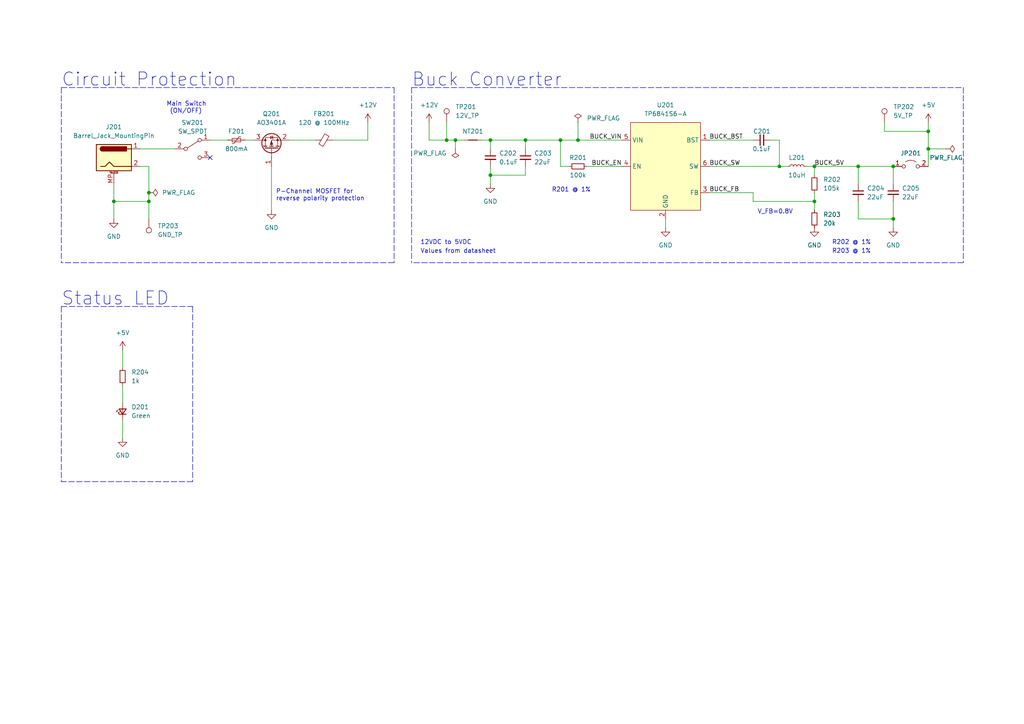
<source format=kicad_sch>
(kicad_sch (version 20211123) (generator eeschema)
  (paper "A4")
  (title_block (title "Power Supply Circuit") (date "2022-09-07") (rev "v1.0.0") (company "Lizard Electronics") (comment 1 "Designed by: Manuel Lagarto"))
  (lib_symbols
    (symbol "Connector:Barrel_Jack_MountingPin" (pin_names hide)
      (property "Reference" "J" (at 0 5.334 0))
      (property "Value" "Barrel_Jack_MountingPin" (at 1.27 -6.35 0))
      (symbol "Barrel_Jack_MountingPin_0_1"
        (rectangle (start -5.08 3.81) (end 5.08 -3.81) (stroke (width 0.254)) (fill (type background)))
        (arc (start -3.302 3.175) (mid -3.937 2.54) (end -3.302 1.905) (stroke (width 0.254)))
        (arc (start -3.302 3.175) (mid -3.937 2.54) (end -3.302 1.905) (stroke (width 0.254)) (fill (type outline)))
        (polyline (pts (xy 5.08 2.54) (xy 3.81 2.54)) (stroke (width 0.254)))
        (polyline (pts (xy -3.81 -2.54) (xy -2.54 -2.54) (xy -1.27 -1.27) (xy 0 -2.54) (xy 2.54 -2.54) (xy 5.08 -2.54)) (stroke (width 0.254)))
        (rectangle (start 3.683 3.175) (end -3.302 1.905) (stroke (width 0.254)) (fill (type outline)))
      )
      (symbol "Barrel_Jack_MountingPin_1_1"
        (polyline (pts (xy -1.016 -4.572) (xy 1.016 -4.572)) (stroke (width 0.1524)))
        (text "Mounting" (at 0 -4.191 0) (effects (font (size 0.381 0.381))))
        (pin passive line (at 7.62 2.54 180) (length 2.54) (name "~") (number "1"))
        (pin passive line (at 7.62 -2.54 180) (length 2.54) (name "~") (number "2"))
        (pin passive line (at 0 -7.62 90) (length 3.048) (name "MountPin") (number "MP"))
      )
    )
    (symbol "Connector:TestPoint" (pin_numbers hide) (pin_names (offset 0.762) hide)
      (property "Reference" "TP" (at 0 6.858 0))
      (property "Value" "TestPoint" (at 0 5.08 0))
      (symbol "TestPoint_0_1"
        (circle (center 0 3.302) (radius 0.762))
      )
      (symbol "TestPoint_1_1"
        (pin passive line (at 0 0 90) (length 2.54) (name "1") (number "1"))
      )
    )
    (symbol "Device:C_Small" (pin_numbers hide) (pin_names (offset 0.254) hide)
      (property "Reference" "C" (at 0.254 1.778 0))
      (property "Value" "C_Small" (at 0.254 -2.032 0))
      (symbol "C_Small_0_1"
        (polyline (pts (xy -1.524 -0.508) (xy 1.524 -0.508)) (stroke (width 0.3302)))
        (polyline (pts (xy -1.524 0.508) (xy 1.524 0.508)) (stroke (width 0.3048)))
      )
      (symbol "C_Small_1_1"
        (pin passive line (at 0 2.54 270) (length 2.032) (name "~") (number "1"))
        (pin passive line (at 0 -2.54 90) (length 2.032) (name "~") (number "2"))
      )
    )
    (symbol "Device:FerriteBead_Small" (pin_numbers hide) (pin_names (offset 0))
      (property "Reference" "FB" (at 1.905 1.27 0))
      (property "Value" "FerriteBead_Small" (at 1.905 -1.27 0))
      (symbol "FerriteBead_Small_0_1"
        (polyline (pts (xy 0 -1.27) (xy 0 -0.7874)))
        (polyline (pts (xy 0 0.889) (xy 0 1.2954)))
        (polyline (pts (xy -1.8288 0.2794) (xy -1.1176 1.4986) (xy 1.8288 -0.2032) (xy 1.1176 -1.4224) (xy -1.8288 0.2794)))
      )
      (symbol "FerriteBead_Small_1_1"
        (pin passive line (at 0 2.54 270) (length 1.27) (name "~") (number "1"))
        (pin passive line (at 0 -2.54 90) (length 1.27) (name "~") (number "2"))
      )
    )
    (symbol "Device:LED_Small" (pin_numbers hide) (pin_names (offset 0.254) hide)
      (property "Reference" "D" (at -1.27 3.175 0))
      (property "Value" "LED_Small" (at -4.445 -2.54 0))
      (symbol "LED_Small_0_1"
        (polyline (pts (xy -0.762 -1.016) (xy -0.762 1.016)) (stroke (width 0.254)))
        (polyline (pts (xy 1.016 0) (xy -0.762 0)))
        (polyline (pts (xy 0.762 -1.016) (xy -0.762 0) (xy 0.762 1.016) (xy 0.762 -1.016)) (stroke (width 0.254)))
        (polyline (pts (xy 0 0.762) (xy -0.508 1.27) (xy -0.254 1.27) (xy -0.508 1.27) (xy -0.508 1.016)))
        (polyline (pts (xy 0.508 1.27) (xy 0 1.778) (xy 0.254 1.778) (xy 0 1.778) (xy 0 1.524)))
      )
      (symbol "LED_Small_1_1"
        (pin passive line (at -2.54 0 0) (length 1.778) (name "K") (number "1"))
        (pin passive line (at 2.54 0 180) (length 1.778) (name "A") (number "2"))
      )
    )
    (symbol "Device:L_Small" (pin_numbers hide) (pin_names (offset 0.254) hide)
      (property "Reference" "L" (at 0.762 1.016 0))
      (property "Value" "L_Small" (at 0.762 -1.016 0))
      (symbol "L_Small_0_1"
        (arc (start 0 -2.032) (mid 0.508 -1.524) (end 0 -1.016))
        (arc (start 0 -1.016) (mid 0.508 -0.508) (end 0 0))
        (arc (start 0 0) (mid 0.508 0.508) (end 0 1.016))
        (arc (start 0 1.016) (mid 0.508 1.524) (end 0 2.032))
      )
      (symbol "L_Small_1_1"
        (pin passive line (at 0 2.54 270) (length 0.508) (name "~") (number "1"))
        (pin passive line (at 0 -2.54 90) (length 0.508) (name "~") (number "2"))
      )
    )
    (symbol "Device:NetTie_2" (pin_numbers hide) (pin_names (offset 0) hide)
      (property "Reference" "NT" (at 0 1.27 0))
      (property "Value" "NetTie_2" (at 0 -1.27 0))
      (symbol "NetTie_2_0_1"
        (polyline (pts (xy -1.27 0) (xy 1.27 0)) (stroke (width 0.254)))
      )
      (symbol "NetTie_2_1_1"
        (pin passive line (at -2.54 0 0) (length 2.54) (name "1") (number "1"))
        (pin passive line (at 2.54 0 180) (length 2.54) (name "2") (number "2"))
      )
    )
    (symbol "Device:Polyfuse_Small" (pin_numbers hide) (pin_names (offset 0))
      (property "Reference" "F" (at -1.905 0 90))
      (property "Value" "Polyfuse_Small" (at 1.905 0 90))
      (symbol "Polyfuse_Small_0_1"
        (rectangle (start -0.508 1.27) (end 0.508 -1.27))
        (polyline (pts (xy 0 2.54) (xy 0 -2.54)))
        (polyline (pts (xy -1.016 1.27) (xy -1.016 0.762) (xy 1.016 -0.762) (xy 1.016 -1.27)))
      )
      (symbol "Polyfuse_Small_1_1"
        (pin passive line (at 0 2.54 270) (length 0.635) (name "~") (number "1"))
        (pin passive line (at 0 -2.54 90) (length 0.635) (name "~") (number "2"))
      )
    )
    (symbol "Device:R_Small" (pin_numbers hide) (pin_names (offset 0.254) hide)
      (property "Reference" "R" (at 0.762 0.508 0))
      (property "Value" "R_Small" (at 0.762 -1.016 0))
      (symbol "R_Small_0_1"
        (rectangle (start -0.762 1.778) (end 0.762 -1.778) (stroke (width 0.2032)))
      )
      (symbol "R_Small_1_1"
        (pin passive line (at 0 2.54 270) (length 0.762) (name "~") (number "1"))
        (pin passive line (at 0 -2.54 90) (length 0.762) (name "~") (number "2"))
      )
    )
    (symbol "Jumper:Jumper_2_Open" (pin_names (offset 0) hide)
      (property "Reference" "JP" (at 0 2.794 0))
      (property "Value" "Jumper_2_Open" (at 0 -2.286 0))
      (symbol "Jumper_2_Open_0_0"
        (circle (center -2.032 0) (radius 0.508))
        (circle (center 2.032 0) (radius 0.508))
      )
      (symbol "Jumper_2_Open_0_1"
        (arc (start 1.524 1.27) (mid 0 1.778) (end -1.524 1.27))
      )
      (symbol "Jumper_2_Open_1_1"
        (pin passive line (at -5.08 0 0) (length 2.54) (name "A") (number "1"))
        (pin passive line (at 5.08 0 180) (length 2.54) (name "B") (number "2"))
      )
    )
    (symbol "Manuel_Global_Symbol_Library:TP6841S6-A"
      (property "Reference" "U" (at -9.525 13.97 0))
      (property "Value" "TP6841S6-A" (at 7.62 -13.97 0))
      (symbol "TP6841S6-A_0_1"
        (rectangle (start -10.16 12.7) (end 10.16 -12.7) (fill (type background)))
      )
      (symbol "TP6841S6-A_1_1"
        (pin output line (at 12.7 7.62 180) (length 2.54) (name "BST") (number "1"))
        (pin power_in line (at 0 -15.24 90) (length 2.54) (name "GND") (number "2"))
        (pin input line (at 12.7 -7.62 180) (length 2.54) (name "FB") (number "3"))
        (pin input line (at -12.7 0 0) (length 2.54) (name "EN") (number "4"))
        (pin power_in line (at -12.7 7.62 0) (length 2.54) (name "VIN") (number "5"))
        (pin power_out line (at 12.7 0 180) (length 2.54) (name "SW") (number "6"))
      )
    )
    (symbol "Switch:SW_SPDT" (pin_names (offset 0) hide)
      (property "Reference" "SW" (at 0 4.318 0))
      (property "Value" "SW_SPDT" (at 0 -5.08 0))
      (symbol "SW_SPDT_0_0"
        (circle (center -2.032 0) (radius 0.508))
        (circle (center 2.032 -2.54) (radius 0.508))
      )
      (symbol "SW_SPDT_0_1"
        (polyline (pts (xy -1.524 0.254) (xy 1.651 2.286)))
        (circle (center 2.032 2.54) (radius 0.508))
      )
      (symbol "SW_SPDT_1_1"
        (pin passive line (at 5.08 2.54 180) (length 2.54) (name "A") (number "1"))
        (pin passive line (at -5.08 0 0) (length 2.54) (name "B") (number "2"))
        (pin passive line (at 5.08 -2.54 180) (length 2.54) (name "C") (number "3"))
      )
    )
    (symbol "Transistor_FET:AO3401A" (pin_names hide)
      (property "Reference" "Q" (at 5.08 1.905 0))
      (property "Value" "AO3401A" (at 5.08 0 0))
      (symbol "AO3401A_0_1"
        (polyline (pts (xy 0.254 0) (xy -2.54 0)))
        (polyline (pts (xy 0.254 1.905) (xy 0.254 -1.905)) (stroke (width 0.254)))
        (polyline (pts (xy 0.762 -1.27) (xy 0.762 -2.286)) (stroke (width 0.254)))
        (polyline (pts (xy 0.762 0.508) (xy 0.762 -0.508)) (stroke (width 0.254)))
        (polyline (pts (xy 0.762 2.286) (xy 0.762 1.27)) (stroke (width 0.254)))
        (polyline (pts (xy 2.54 2.54) (xy 2.54 1.778)))
        (polyline (pts (xy 2.54 -2.54) (xy 2.54 0) (xy 0.762 0)))
        (polyline (pts (xy 0.762 1.778) (xy 3.302 1.778) (xy 3.302 -1.778) (xy 0.762 -1.778)))
        (polyline (pts (xy 2.286 0) (xy 1.27 0.381) (xy 1.27 -0.381) (xy 2.286 0)) (fill (type outline)))
        (polyline (pts (xy 2.794 -0.508) (xy 2.921 -0.381) (xy 3.683 -0.381) (xy 3.81 -0.254)))
        (polyline (pts (xy 3.302 -0.381) (xy 2.921 0.254) (xy 3.683 0.254) (xy 3.302 -0.381)))
        (circle (center 1.651 0) (radius 2.794) (stroke (width 0.254)))
        (circle (center 2.54 -1.778) (radius 0.254) (fill (type outline)))
        (circle (center 2.54 1.778) (radius 0.254) (fill (type outline)))
      )
      (symbol "AO3401A_1_1"
        (pin input line (at -5.08 0 0) (length 2.54) (name "G") (number "1"))
        (pin passive line (at 2.54 -5.08 90) (length 2.54) (name "S") (number "2"))
        (pin passive line (at 2.54 5.08 270) (length 2.54) (name "D") (number "3"))
      )
    )
    (symbol "power:+12V" (power) (pin_names (offset 0))
      (property "Value" "+12V" (at 0 3.556 0))
      (symbol "+12V_0_1"
        (polyline (pts (xy -0.762 1.27) (xy 0 2.54)))
        (polyline (pts (xy 0 0) (xy 0 2.54)))
        (polyline (pts (xy 0 2.54) (xy 0.762 1.27)))
      )
      (symbol "+12V_1_1"
        (pin power_in line (at 0 0 90) (length 0) hide (name "+12V") (number "1"))
      )
    )
    (symbol "power:+5V" (power) (pin_names (offset 0))
      (property "Value" "+5V" (at 0 3.556 0))
      (symbol "+5V_0_1"
        (polyline (pts (xy -0.762 1.27) (xy 0 2.54)))
        (polyline (pts (xy 0 0) (xy 0 2.54)))
        (polyline (pts (xy 0 2.54) (xy 0.762 1.27)))
      )
      (symbol "+5V_1_1"
        (pin power_in line (at 0 0 90) (length 0) hide (name "+5V") (number "1"))
      )
    )
    (symbol "power:GND" (power) (pin_names (offset 0))
      (property "Value" "GND" (at 0 -3.81 0))
      (symbol "GND_0_1"
        (polyline (pts (xy 0 0) (xy 0 -1.27) (xy 1.27 -1.27) (xy 0 -2.54) (xy -1.27 -1.27) (xy 0 -1.27)))
      )
      (symbol "GND_1_1"
        (pin power_in line (at 0 0 270) (length 0) hide (name "GND") (number "1"))
      )
    )
    (symbol "power:PWR_FLAG" (power) (pin_numbers hide) (pin_names (offset 0) hide)
      (property "Value" "PWR_FLAG" (at 0 3.81 0))
      (symbol "PWR_FLAG_0_0"
        (pin power_out line (at 0 0 90) (length 0) (name "pwr") (number "1"))
      )
      (symbol "PWR_FLAG_0_1"
        (polyline (pts (xy 0 0) (xy 0 1.27) (xy -1.016 1.905) (xy 0 2.54) (xy 1.016 1.905) (xy 0 1.27)))
      )
    )
  )
  (junction (at 129.54 40.64))
  (junction (at 269.24 43.18))
  (junction (at 226.06 48.26))
  (junction (at 236.22 58.42))
  (junction (at 259.08 63.5))
  (junction (at 142.24 40.64))
  (junction (at 259.08 48.26))
  (junction (at 167.64 40.64))
  (junction (at 33.02 58.42))
  (junction (at 269.24 38.1))
  (junction (at 236.22 48.26))
  (junction (at 152.4 40.64))
  (junction (at 43.18 58.42))
  (junction (at 142.24 50.8))
  (junction (at 132.08 40.64))
  (junction (at 43.18 55.88))
  (junction (at 248.92 48.26))
  (junction (at 162.56 40.64))
  (no_connect (at 60.96 45.72))
  (wire (pts (xy 269.24 38.1) (xy 269.24 43.18)))
  (wire (pts (xy 259.08 58.42) (xy 259.08 63.5)))
  (wire (pts (xy 129.54 40.64) (xy 132.08 40.64)))
  (polyline (pts (xy 279.4 76.2) (xy 119.38 76.2)))
  (wire (pts (xy 269.24 35.56) (xy 269.24 38.1)))
  (wire (pts (xy 152.4 48.26) (xy 152.4 50.8)))
  (wire (pts (xy 152.4 40.64) (xy 162.56 40.64)))
  (polyline (pts (xy 17.78 88.9) (xy 17.78 139.7)))
  (wire (pts (xy 43.18 58.42) (xy 43.18 63.5)))
  (wire (pts (xy 205.74 40.64) (xy 218.44 40.64)))
  (wire (pts (xy 167.64 35.56) (xy 167.64 40.64)))
  (wire (pts (xy 269.24 43.18) (xy 274.32 43.18)))
  (wire (pts (xy 60.96 40.64) (xy 66.04 40.64)))
  (wire (pts (xy 152.4 40.64) (xy 152.4 43.18)))
  (wire (pts (xy 236.22 58.42) (xy 236.22 60.96)))
  (wire (pts (xy 248.92 48.26) (xy 259.08 48.26)))
  (wire (pts (xy 170.18 48.26) (xy 180.34 48.26)))
  (wire (pts (xy 43.18 48.26) (xy 43.18 55.88)))
  (polyline (pts (xy 55.88 88.9) (xy 55.88 139.7)))
  (wire (pts (xy 142.24 50.8) (xy 142.24 53.34)))
  (wire (pts (xy 43.18 58.42) (xy 33.02 58.42)))
  (wire (pts (xy 226.06 40.64) (xy 226.06 48.26)))
  (wire (pts (xy 43.18 55.88) (xy 43.18 58.42)))
  (wire (pts (xy 236.22 55.88) (xy 236.22 58.42)))
  (wire (pts (xy 256.54 35.56) (xy 256.54 38.1)))
  (wire (pts (xy 124.46 35.56) (xy 124.46 40.64)))
  (wire (pts (xy 142.24 40.64) (xy 142.24 43.18)))
  (wire (pts (xy 236.22 48.26) (xy 248.92 48.26)))
  (wire (pts (xy 165.1 48.26) (xy 162.56 48.26)))
  (wire (pts (xy 83.82 40.64) (xy 91.44 40.64)))
  (wire (pts (xy 205.74 55.88) (xy 218.44 55.88)))
  (wire (pts (xy 218.44 55.88) (xy 218.44 58.42)))
  (wire (pts (xy 71.12 40.64) (xy 73.66 40.64)))
  (wire (pts (xy 248.92 58.42) (xy 248.92 63.5)))
  (wire (pts (xy 205.74 48.26) (xy 226.06 48.26)))
  (wire (pts (xy 259.08 66.04) (xy 259.08 63.5)))
  (polyline (pts (xy 17.78 88.9) (xy 55.88 88.9)))
  (wire (pts (xy 233.68 48.26) (xy 236.22 48.26)))
  (wire (pts (xy 129.54 35.56) (xy 129.54 40.64)))
  (wire (pts (xy 124.46 40.64) (xy 129.54 40.64)))
  (wire (pts (xy 223.52 40.64) (xy 226.06 40.64)))
  (wire (pts (xy 40.64 48.26) (xy 43.18 48.26)))
  (wire (pts (xy 236.22 48.26) (xy 236.22 50.8)))
  (wire (pts (xy 259.08 48.26) (xy 259.08 53.34)))
  (wire (pts (xy 78.74 48.26) (xy 78.74 60.96)))
  (wire (pts (xy 35.56 101.6) (xy 35.56 106.68)))
  (wire (pts (xy 162.56 40.64) (xy 167.64 40.64)))
  (polyline (pts (xy 17.78 25.4) (xy 17.78 76.2)))
  (wire (pts (xy 35.56 111.76) (xy 35.56 116.84)))
  (wire (pts (xy 152.4 40.64) (xy 142.24 40.64)))
  (wire (pts (xy 152.4 50.8) (xy 142.24 50.8)))
  (wire (pts (xy 35.56 121.92) (xy 35.56 127)))
  (wire (pts (xy 162.56 48.26) (xy 162.56 40.64)))
  (wire (pts (xy 40.64 43.18) (xy 50.8 43.18)))
  (wire (pts (xy 218.44 58.42) (xy 236.22 58.42)))
  (wire (pts (xy 106.68 35.56) (xy 106.68 40.64)))
  (wire (pts (xy 96.52 40.64) (xy 106.68 40.64)))
  (wire (pts (xy 139.7 40.64) (xy 142.24 40.64)))
  (wire (pts (xy 132.08 40.64) (xy 132.08 43.18)))
  (wire (pts (xy 33.02 53.34) (xy 33.02 58.42)))
  (wire (pts (xy 132.08 40.64) (xy 134.62 40.64)))
  (wire (pts (xy 256.54 38.1) (xy 269.24 38.1)))
  (wire (pts (xy 167.64 40.64) (xy 180.34 40.64)))
  (wire (pts (xy 142.24 48.26) (xy 142.24 50.8)))
  (polyline (pts (xy 279.4 25.4) (xy 279.4 76.2)))
  (polyline (pts (xy 119.38 25.4) (xy 279.4 25.4)))
  (polyline (pts (xy 114.3 76.2) (xy 17.78 76.2)))
  (wire (pts (xy 193.04 63.5) (xy 193.04 66.04)))
  (wire (pts (xy 259.08 63.5) (xy 248.92 63.5)))
  (wire (pts (xy 226.06 48.26) (xy 228.6 48.26)))
  (polyline (pts (xy 119.38 25.4) (xy 119.38 76.2)))
  (polyline (pts (xy 114.3 25.4) (xy 114.3 76.2)))
  (wire (pts (xy 269.24 43.18) (xy 269.24 48.26)))
  (wire (pts (xy 33.02 58.42) (xy 33.02 63.5)))
  (wire (pts (xy 248.92 48.26) (xy 248.92 53.34)))
  (polyline (pts (xy 55.88 139.7) (xy 17.78 139.7)))
  (polyline (pts (xy 17.78 25.4) (xy 114.3 25.4)))
  (text "R201 @ 1%" (at 160.02 55.88 0) (effects (font (size 1.27 1.27)) (justify left bottom)))
  (text "Circuit Protection" (at 17.78 25.4 0) (effects (font (size 3.81 3.81)) (justify left bottom)))
  (text "Buck Converter" (at 119.38 25.4 0) (effects (font (size 3.81 3.81)) (justify left bottom)))
  (text "Status LED" (at 17.78 88.9 0) (effects (font (size 3.81 3.81)) (justify left bottom)))
  (text "12VDC to 5VDC" (at 121.92 71.12 0) (effects (font (size 1.27 1.27)) (justify left bottom)))
  (text "R202 @ 1%" (at 241.3 71.12 0) (effects (font (size 1.27 1.27)) (justify left bottom)))
  (text "V_FB=0.8V" (at 219.71 62.23 0) (effects (font (size 1.27 1.27)) (justify left bottom)))
  (text "R203 @ 1%" (at 241.3 73.66 0) (effects (font (size 1.27 1.27)) (justify left bottom)))
  (text "Values from datasheet" (at 121.92 73.66 0) (effects (font (size 1.27 1.27)) (justify left bottom)))
  (text "P-Channel MOSFET for\nreverse polarity protection" (at 80.01 58.42 0) (effects (font (size 1.27 1.27)) (justify left bottom)))
  (text "Main Switch\n (ON/OFF)" (at 48.26 33.02 0) (effects (font (size 1.27 1.27)) (justify left bottom)))
  (label "BUCK_BST" (at 205.74 40.64 0))
  (label "BUCK_FB" (at 205.74 55.88 0))
  (label "BUCK_VIN" (at 180.34 40.64 180))
  (label "BUCK_SW" (at 205.74 48.26 0))
  (label "BUCK_5V" (at 236.22 48.26 0))
  (label "BUCK_EN" (at 180.34 48.26 180))
  (symbol (lib_id "Device:C_Small") (at 142.24 45.72 0) (unit 1)
    (property "Reference" "C202" (at 144.78 44.4562 0) (effects (justify left)))
    (property "Value" "0.1uF" (at 144.78 46.9962 0) (effects (justify left)))
    (property "Footprint" "Capacitor_SMD:C_0805_2012Metric_Pad1.18x1.45mm_HandSolder" (effects hide))
  )
  (symbol (lib_id "Device:C_Small") (at 220.98 40.64 90) (unit 1)
    (property "Reference" "C201" (at 220.98 38.1 90))
    (property "Value" "0.1uF" (at 220.98 43.18 90))
    (property "Footprint" "Capacitor_SMD:C_0603_1608Metric_Pad1.08x0.95mm_HandSolder" (effects hide))
  )
  (symbol (lib_id "Jumper:Jumper_2_Open") (at 264.16 48.26 0) (unit 1)
    (property "Reference" "JP201" (at 264.16 44.45 0))
    (property "Value" "Jumper 5V" (effects hide))
    (property "Footprint" "Connector_PinHeader_2.54mm:PinHeader_1x02_P2.54mm_Vertical" (effects hide))
  )
  (symbol (lib_id "Device:NetTie_2") (at 137.16 40.64 0) (unit 1)
    (property "Reference" "NT201" (at 137.16 38.1 0))
    (property "Value" "NetTie_2" (effects hide))
    (property "Footprint" "NetTie:NetTie-2_SMD_Pad0.5mm" (effects hide))
  )
  (symbol (lib_id "power:GND") (at 142.24 53.34 0) (unit 1)
    (property "Reference" "#PWR0204" (effects hide))
    (property "Value" "GND" (at 142.24 58.42 0))
  )
  (symbol (lib_id "Transistor_FET:AO3401A") (at 78.74 43.18 90) (unit 1)
    (property "Reference" "Q201" (at 78.74 33.02 90))
    (property "Value" "AO3401A" (at 78.74 35.56 90))
    (property "Footprint" "Package_TO_SOT_SMD:SOT-23" (effects hide))
    (property "Datasheet" "http://www.aosmd.com/pdfs/datasheet/AO3401A.pdf" (effects hide))
  )
  (symbol (lib_id "power:GND") (at 78.74 60.96 0) (unit 1)
    (property "Reference" "#PWR0205" (effects hide))
    (property "Value" "GND" (at 78.74 66.04 0))
  )
  (symbol (lib_id "power:+5V") (at 35.56 101.6 0) (unit 1)
    (property "Reference" "#PWR0210" (effects hide))
    (property "Value" "+5V" (at 35.56 96.52 0))
  )
  (symbol (lib_id "power:+12V") (at 124.46 35.56 0) (unit 1)
    (property "Reference" "#PWR0202" (effects hide))
    (property "Value" "+12V" (at 124.46 30.48 0))
  )
  (symbol (lib_id "power:+12V") (at 106.68 35.56 0) (unit 1)
    (property "Reference" "#PWR0201" (effects hide))
    (property "Value" "+12V" (at 106.68 30.48 0))
  )
  (symbol (lib_id "Connector:Barrel_Jack_MountingPin") (at 33.02 45.72 0) (unit 1)
    (property "Reference" "J201" (at 33.02 36.83 0))
    (property "Value" "Barrel_Jack_MountingPin" (at 33.02 39.37 0))
    (property "Footprint" "Connector_BarrelJack:BarrelJack_GCT_DCJ200-10-A_Horizontal" (effects hide))
  )
  (symbol (lib_id "Manuel_Global_Symbol_Library:TP6841S6-A") (at 193.04 48.26 0) (unit 1)
    (property "Reference" "U201" (at 193.04 30.48 0))
    (property "Value" "TP6841S6-A" (at 193.04 33.02 0))
    (property "Footprint" "Package_TO_SOT_SMD:SOT-23-6" (effects hide))
    (property "Datasheet" "file:///E:/Documents/KiCad/libraries/datasheets/2108072230_TECH-PUBLIC-TP6841S6-A_C2844924.pdf" (effects hide))
  )
  (symbol (lib_id "Device:FerriteBead_Small") (at 93.98 40.64 90) (unit 1)
    (property "Reference" "FB201" (at 93.98 33.02 90))
    (property "Value" "120 @ 100MHz" (at 93.98 35.56 90))
    (property "Footprint" "Inductor_SMD:L_0805_2012Metric_Pad1.05x1.20mm_HandSolder" (effects hide))
  )
  (symbol (lib_id "Device:LED_Small") (at 35.56 119.38 90) (unit 1)
    (property "Reference" "D201" (at 38.1 118.0464 90) (effects (justify right)))
    (property "Value" "Green" (at 38.1 120.5864 90) (effects (justify right)))
    (property "Footprint" "LED_SMD:LED_0805_2012Metric_Pad1.15x1.40mm_HandSolder" (effects hide))
  )
  (symbol (lib_id "power:PWR_FLAG") (at 43.18 55.88 270) (unit 1)
    (property "Reference" "#FLG0204" (effects hide))
    (property "Value" "PWR_FLAG" (at 46.99 55.8799 90) (effects (justify left)))
  )
  (symbol (lib_id "power:GND") (at 33.02 63.5 0) (unit 1)
    (property "Reference" "#PWR0206" (effects hide))
    (property "Value" "GND" (at 33.02 68.58 0))
  )
  (symbol (lib_id "power:PWR_FLAG") (at 274.32 43.18 270) (unit 1)
    (property "Reference" "#FLG0203" (effects hide))
    (property "Value" "PWR_FLAG" (at 269.6076 45.7495 90) (effects (justify left)))
  )
  (symbol (lib_id "Device:Polyfuse_Small") (at 68.58 40.64 90) (unit 1)
    (property "Reference" "F201" (at 68.58 38.1 90))
    (property "Value" "800mA" (at 68.58 43.18 90))
    (property "Footprint" "Fuse:Fuse_1812_4532Metric" (effects hide))
  )
  (symbol (lib_id "power:+5V") (at 269.24 35.56 0) (unit 1)
    (property "Reference" "#PWR0203" (effects hide))
    (property "Value" "+5V" (at 269.24 30.48 0))
  )
  (symbol (lib_id "power:PWR_FLAG") (at 132.08 43.18 180) (unit 1)
    (property "Reference" "#FLG0202" (effects hide))
    (property "Value" "PWR_FLAG" (at 129.54 44.4501 0) (effects (justify left)))
  )
  (symbol (lib_id "Device:C_Small") (at 248.92 55.88 0) (unit 1)
    (property "Reference" "C204" (at 251.46 54.6162 0) (effects (justify left)))
    (property "Value" "22uF" (at 251.46 57.1562 0) (effects (justify left)))
    (property "Footprint" "Capacitor_SMD:C_0805_2012Metric_Pad1.18x1.45mm_HandSolder" (effects hide))
  )
  (symbol (lib_id "Connector:TestPoint") (at 256.54 35.56 0) (unit 1)
    (property "Reference" "TP202" (at 259.08 30.9879 0) (effects (justify left)))
    (property "Value" "5V_TP" (at 259.08 33.5279 0) (effects (justify left)))
    (property "Footprint" "TestPoint:TestPoint_Pad_D1.5mm" (effects hide))
  )
  (symbol (lib_id "power:GND") (at 35.56 127 0) (unit 1)
    (property "Reference" "#PWR0211" (effects hide))
    (property "Value" "GND" (at 35.56 132.08 0))
  )
  (symbol (lib_id "Device:R_Small") (at 236.22 63.5 0) (unit 1)
    (property "Reference" "R203" (at 238.76 62.2299 0) (effects (justify left)))
    (property "Value" "20k" (at 238.76 64.7699 0) (effects (justify left)))
    (property "Footprint" "Resistor_SMD:R_0805_2012Metric_Pad1.20x1.40mm_HandSolder" (effects hide))
  )
  (symbol (lib_id "Device:L_Small") (at 231.14 48.26 90) (unit 1)
    (property "Reference" "L201" (at 231.14 45.72 90))
    (property "Value" "10uH" (at 231.14 50.8 90))
    (property "Footprint" "Inductor_SMD:L_Sunlord_MWSA0518_5.4x5.2mm" (effects hide))
  )
  (symbol (lib_id "Connector:TestPoint") (at 129.54 35.56 0) (unit 1)
    (property "Reference" "TP201" (at 132.08 30.9879 0) (effects (justify left)))
    (property "Value" "12V_TP" (at 132.08 33.5279 0) (effects (justify left)))
    (property "Footprint" "TestPoint:TestPoint_Pad_D1.5mm" (effects hide))
  )
  (symbol (lib_id "Switch:SW_SPDT") (at 55.88 43.18 0) (unit 1)
    (property "Reference" "SW201" (at 55.88 35.56 0))
    (property "Value" "SW_SPDT" (at 55.88 38.1 0))
    (property "Footprint" "Button_Switch_THT:SW_Slide_1P2T_CK_OS102011MS2Q" (effects hide))
  )
  (symbol (lib_id "Device:C_Small") (at 259.08 55.88 0) (unit 1)
    (property "Reference" "C205" (at 261.62 54.6162 0) (effects (justify left)))
    (property "Value" "22uF" (at 261.62 57.1562 0) (effects (justify left)))
    (property "Footprint" "Capacitor_SMD:C_0805_2012Metric_Pad1.18x1.45mm_HandSolder" (effects hide))
  )
  (symbol (lib_id "power:GND") (at 193.04 66.04 0) (unit 1)
    (property "Reference" "#PWR0207" (effects hide))
    (property "Value" "GND" (at 193.04 71.12 0))
  )
  (symbol (lib_id "Device:R_Small") (at 236.22 53.34 0) (unit 1)
    (property "Reference" "R202" (at 238.76 52.0699 0) (effects (justify left)))
    (property "Value" "105k" (at 238.76 54.6099 0) (effects (justify left)))
    (property "Footprint" "Resistor_SMD:R_0805_2012Metric_Pad1.20x1.40mm_HandSolder" (effects hide))
  )
  (symbol (lib_id "power:GND") (at 259.08 66.04 0) (unit 1)
    (property "Reference" "#PWR0209" (effects hide))
    (property "Value" "GND" (at 259.08 71.12 0))
  )
  (symbol (lib_id "Device:R_Small") (at 35.56 109.22 0) (unit 1)
    (property "Reference" "R204" (at 38.1 107.9499 0) (effects (justify left)))
    (property "Value" "1k" (at 38.1 110.4899 0) (effects (justify left)))
    (property "Footprint" "Resistor_SMD:R_0805_2012Metric_Pad1.20x1.40mm_HandSolder" (effects hide))
  )
  (symbol (lib_id "Connector:TestPoint") (at 43.18 63.5 180) (unit 1)
    (property "Reference" "TP203" (at 45.72 65.5319 0) (effects (justify right)))
    (property "Value" "GND_TP" (at 45.72 68.0719 0) (effects (justify right)))
    (property "Footprint" "TestPoint:TestPoint_Pad_D1.5mm" (effects hide))
  )
  (symbol (lib_id "power:GND") (at 236.22 66.04 0) (unit 1)
    (property "Reference" "#PWR0208" (effects hide))
    (property "Value" "GND" (at 236.22 71.12 0))
  )
  (symbol (lib_id "Device:C_Small") (at 152.4 45.72 0) (unit 1)
    (property "Reference" "C203" (at 154.94 44.4562 0) (effects (justify left)))
    (property "Value" "22uF" (at 154.94 46.9962 0) (effects (justify left)))
    (property "Footprint" "Capacitor_SMD:C_0805_2012Metric_Pad1.18x1.45mm_HandSolder" (effects hide))
  )
  (symbol (lib_id "power:PWR_FLAG") (at 167.64 35.56 0) (unit 1)
    (property "Reference" "#FLG0201" (effects hide))
    (property "Value" "PWR_FLAG" (at 170.18 34.2899 0) (effects (justify left)))
  )
  (symbol (lib_id "Device:R_Small") (at 167.64 48.26 90) (unit 1)
    (property "Reference" "R201" (at 167.64 45.72 90))
    (property "Value" "100k" (at 167.64 50.8 90))
    (property "Footprint" "Resistor_SMD:R_0805_2012Metric_Pad1.20x1.40mm_HandSolder" (effects hide))
  )
)
</source>
